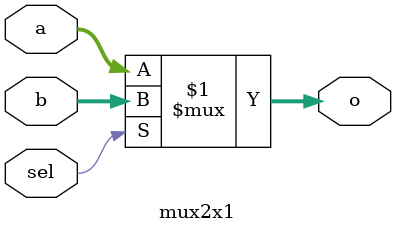
<source format=v>
`timescale 1ns / 1ps




module mux2x1(output wire [31:0]o,input[31:0]a,b,input sel);
			
            assign o  = (sel)? b : a;
            	
endmodule



</source>
